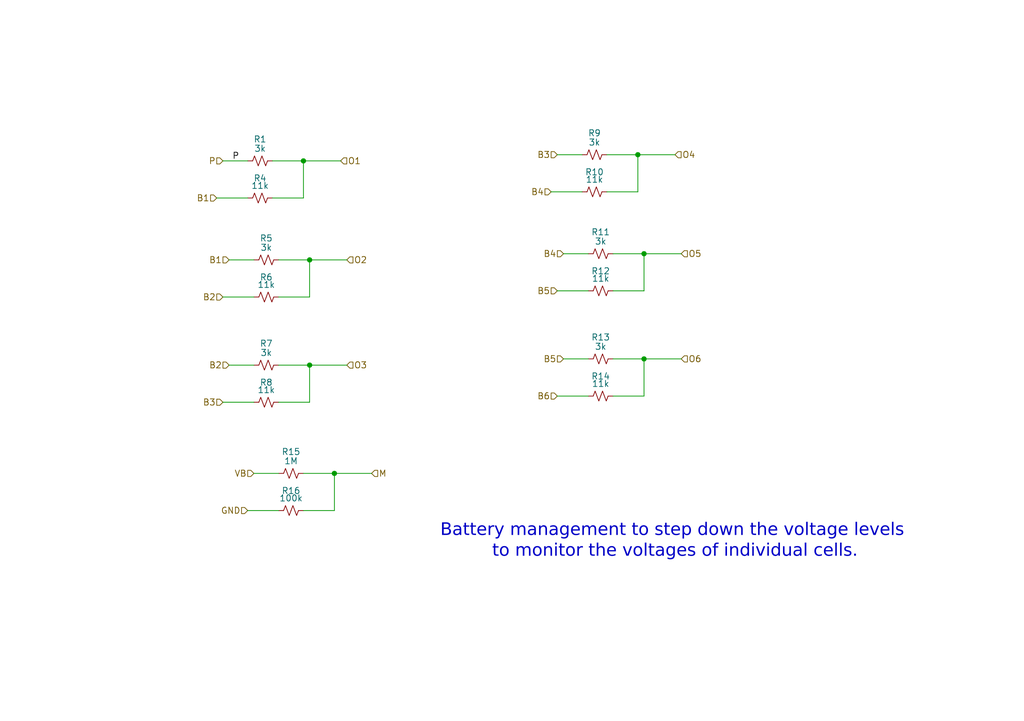
<source format=kicad_sch>
(kicad_sch (version 20231120) (generator "eeschema") (generator_version "8.0")
  (paper "A5")
  (lib_symbols
    (symbol "Device:R_Small_US" (pin_numbers hide) (pin_names (offset 0.254) hide)
      (property "Reference" "R" (at 0.762 0.508 0))
      (property "Value" "R_Small_US" (at 0.762 -1.016 0))
      (symbol "R_Small_US_1_1"
        (polyline (pts (xy 0 0) (xy 1.016 -0.381) (xy 0 -0.762) (xy -1.016 -1.143) (xy 0 -1.524)))
        (polyline (pts (xy 0 1.524) (xy 1.016 1.143) (xy 0 0.762) (xy -1.016 0.381) (xy 0 0)))
        (pin passive line (at 0 2.54 270) (length 1.016) (name "~") (number "1"))
        (pin passive line (at 0 -2.54 90) (length 1.016) (name "~") (number "2"))
      )
    )
  )
  (junction (at 130.81 31.75))
  (junction (at 63.5 74.93))
  (junction (at 132.08 73.66))
  (junction (at 132.08 52.07))
  (junction (at 62.23 33.02))
  (junction (at 63.5 53.34))
  (junction (at 68.58 97.155))
  (wire (pts (xy 132.08 52.07) (xy 132.08 59.69)))
  (wire (pts (xy 55.88 33.02) (xy 62.23 33.02)))
  (wire (pts (xy 57.15 60.96) (xy 63.5 60.96)))
  (wire (pts (xy 57.15 53.34) (xy 63.5 53.34)))
  (wire (pts (xy 63.5 74.93) (xy 71.12 74.93)))
  (wire (pts (xy 62.23 33.02) (xy 69.85 33.02)))
  (wire (pts (xy 125.73 81.28) (xy 132.08 81.28)))
  (wire (pts (xy 45.72 82.55) (xy 52.07 82.55)))
  (wire (pts (xy 124.46 39.37) (xy 130.81 39.37)))
  (wire (pts (xy 114.3 59.69) (xy 120.65 59.69)))
  (wire (pts (xy 115.57 73.66) (xy 120.65 73.66)))
  (wire (pts (xy 132.08 73.66) (xy 139.7 73.66)))
  (wire (pts (xy 125.73 52.07) (xy 132.08 52.07)))
  (wire (pts (xy 55.88 40.64) (xy 62.23 40.64)))
  (wire (pts (xy 45.72 60.96) (xy 52.07 60.96)))
  (wire (pts (xy 68.58 97.155) (xy 76.2 97.155)))
  (wire (pts (xy 52.07 97.155) (xy 57.15 97.155)))
  (wire (pts (xy 132.08 73.66) (xy 132.08 81.28)))
  (wire (pts (xy 45.72 33.02) (xy 50.8 33.02)))
  (wire (pts (xy 57.15 74.93) (xy 63.5 74.93)))
  (wire (pts (xy 130.81 31.75) (xy 130.81 39.37)))
  (wire (pts (xy 46.99 74.93) (xy 52.07 74.93)))
  (wire (pts (xy 115.57 52.07) (xy 120.65 52.07)))
  (wire (pts (xy 62.23 33.02) (xy 62.23 40.64)))
  (wire (pts (xy 62.23 97.155) (xy 68.58 97.155)))
  (wire (pts (xy 124.46 31.75) (xy 130.81 31.75)))
  (wire (pts (xy 63.5 53.34) (xy 71.12 53.34)))
  (wire (pts (xy 130.81 31.75) (xy 138.43 31.75)))
  (wire (pts (xy 57.15 82.55) (xy 63.5 82.55)))
  (wire (pts (xy 46.99 53.34) (xy 52.07 53.34)))
  (wire (pts (xy 44.45 40.64) (xy 50.8 40.64)))
  (wire (pts (xy 50.8 104.775) (xy 57.15 104.775)))
  (wire (pts (xy 63.5 53.34) (xy 63.5 60.96)))
  (wire (pts (xy 132.08 52.07) (xy 139.7 52.07)))
  (wire (pts (xy 63.5 74.93) (xy 63.5 82.55)))
  (wire (pts (xy 114.3 31.75) (xy 119.38 31.75)))
  (wire (pts (xy 114.3 81.28) (xy 120.65 81.28)))
  (wire (pts (xy 125.73 59.69) (xy 132.08 59.69)))
  (wire (pts (xy 113.03 39.37) (xy 119.38 39.37)))
  (wire (pts (xy 68.58 97.155) (xy 68.58 104.775)))
  (wire (pts (xy 62.23 104.775) (xy 68.58 104.775)))
  (wire (pts (xy 125.73 73.66) (xy 132.08 73.66)))
  (text "Battery management to step down the voltage levels \nto monitor the voltages of individual cells." (at 138.43 111.76 0) (effects (font (size 2.54 2.54))))
  (label "P" (at 47.625 33.02 0))
  (hierarchical_label "GND" (shape input) (at 50.8 104.775 180))
  (hierarchical_label "B5" (shape input) (at 115.57 73.66 180))
  (hierarchical_label "B4" (shape input) (at 113.03 39.37 180))
  (hierarchical_label "O4" (shape input) (at 138.43 31.75 0))
  (hierarchical_label "M" (shape input) (at 76.2 97.155 0))
  (hierarchical_label "O6" (shape input) (at 139.7 73.66 0))
  (hierarchical_label "O3" (shape input) (at 71.12 74.93 0))
  (hierarchical_label "O1" (shape input) (at 69.85 33.02 0))
  (hierarchical_label "B2" (shape input) (at 46.99 74.93 180))
  (hierarchical_label "B1" (shape input) (at 46.99 53.34 180))
  (hierarchical_label "B5" (shape input) (at 114.3 59.69 180))
  (hierarchical_label "B6" (shape input) (at 114.3 81.28 180))
  (hierarchical_label "O2" (shape input) (at 71.12 53.34 0))
  (hierarchical_label "B3" (shape input) (at 114.3 31.75 180))
  (hierarchical_label "P" (shape input) (at 45.72 33.02 180))
  (hierarchical_label "B1" (shape input) (at 44.45 40.64 180))
  (hierarchical_label "B2" (shape input) (at 45.72 60.96 180))
  (hierarchical_label "B3" (shape input) (at 45.72 82.55 180))
  (hierarchical_label "VB" (shape input) (at 52.07 97.155 180))
  (hierarchical_label "O5" (shape input) (at 139.7 52.07 0))
  (hierarchical_label "B4" (shape input) (at 115.57 52.07 180))
  (symbol (lib_id "Device:R_Small_US") (at 53.34 40.64 90) (unit 1)
    (property "Reference" "R4" (at 53.34 36.576 90))
    (property "Value" "11k" (at 53.34 38.1 90))
    (property "Footprint" "Resistor_SMD:R_0402_1005Metric" (effects (hide yes)))
    (property "Description" "MFR.Part # ERJ2GEJ113X JLCPCB Part # C413005" (effects (hide yes)))
  )
  (symbol (lib_id "Device:R_Small_US") (at 53.34 33.02 90) (unit 1)
    (property "Reference" "R1" (at 53.34 28.575 90))
    (property "Value" "3k" (at 53.34 30.48 90))
    (property "Footprint" "Resistor_SMD:R_0402_1005Metric" (effects (hide yes)))
    (property "Description" "MFR.Part # ERJ2RKF3001X JLCPCB Part # C278590" (effects (hide yes)))
  )
  (symbol (lib_id "Device:R_Small_US") (at 121.92 39.37 90) (unit 1)
    (property "Reference" "R10" (at 121.92 35.306 90))
    (property "Value" "11k" (at 121.92 36.83 90))
    (property "Footprint" "Resistor_SMD:R_0402_1005Metric" (effects (hide yes)))
    (property "Description" "MFR.Part # ERJ2GEJ113X JLCPCB Part # C413005" (effects (hide yes)))
  )
  (symbol (lib_id "Device:R_Small_US") (at 59.69 104.775 90) (unit 1)
    (property "Reference" "R16" (at 59.69 100.711 90))
    (property "Value" "100k" (at 59.69 102.235 90))
    (property "Footprint" "Resistor_SMD:R_0603_1608Metric" (effects (hide yes)))
    (property "Description" "MFR.Part # 0603WAF1003T5E JLCPCB Part # C25803" (effects (hide yes)))
  )
  (symbol (lib_id "Device:R_Small_US") (at 123.19 52.07 90) (unit 1)
    (property "Reference" "R11" (at 123.19 47.625 90))
    (property "Value" "3k" (at 123.19 49.53 90))
    (property "Footprint" "Resistor_SMD:R_0402_1005Metric" (effects (hide yes)))
    (property "Description" "MFR.Part # ERJ2RKF3001X JLCPCB Part # C278590" (effects (hide yes)))
  )
  (symbol (lib_id "Device:R_Small_US") (at 54.61 60.96 90) (unit 1)
    (property "Reference" "R6" (at 54.61 56.896 90))
    (property "Value" "11k" (at 54.61 58.42 90))
    (property "Footprint" "Resistor_SMD:R_0402_1005Metric" (effects (hide yes)))
    (property "Description" "MFR.Part # ERJ2GEJ113X JLCPCB Part # C413005" (effects (hide yes)))
  )
  (symbol (lib_id "Device:R_Small_US") (at 121.92 31.75 90) (unit 1)
    (property "Reference" "R9" (at 121.92 27.305 90))
    (property "Value" "3k" (at 121.92 29.21 90))
    (property "Footprint" "Resistor_SMD:R_0402_1005Metric" (effects (hide yes)))
    (property "Description" "MFR.Part # ERJ2RKF3001X JLCPCB Part # C278590" (effects (hide yes)))
  )
  (symbol (lib_id "Device:R_Small_US") (at 54.61 53.34 90) (unit 1)
    (property "Reference" "R5" (at 54.61 48.895 90))
    (property "Value" "3k" (at 54.61 50.8 90))
    (property "Footprint" "Resistor_SMD:R_0402_1005Metric" (effects (hide yes)))
    (property "Description" "MFR.Part # ERJ2RKF3001X JLCPCB Part # C278590" (effects (hide yes)))
  )
  (symbol (lib_id "Device:R_Small_US") (at 123.19 73.66 90) (unit 1)
    (property "Reference" "R13" (at 123.19 69.215 90))
    (property "Value" "3k" (at 123.19 71.12 90))
    (property "Footprint" "Resistor_SMD:R_0402_1005Metric" (effects (hide yes)))
    (property "Description" "MFR.Part # ERJ2RKF3001X JLCPCB Part # C278590" (effects (hide yes)))
  )
  (symbol (lib_id "Device:R_Small_US") (at 123.19 81.28 90) (unit 1)
    (property "Reference" "R14" (at 123.19 77.216 90))
    (property "Value" "11k" (at 123.19 78.74 90))
    (property "Footprint" "Resistor_SMD:R_0402_1005Metric" (effects (hide yes)))
    (property "Description" "MFR.Part # ERJ2GEJ113X JLCPCB Part # C413005" (effects (hide yes)))
  )
  (symbol (lib_id "Device:R_Small_US") (at 123.19 59.69 90) (unit 1)
    (property "Reference" "R12" (at 123.19 55.626 90))
    (property "Value" "11k" (at 123.19 57.15 90))
    (property "Footprint" "Resistor_SMD:R_0402_1005Metric" (effects (hide yes)))
    (property "Description" "MFR.Part # ERJ2GEJ113X JLCPCB Part # C413005" (effects (hide yes)))
  )
  (symbol (lib_id "Device:R_Small_US") (at 54.61 82.55 90) (unit 1)
    (property "Reference" "R8" (at 54.61 78.486 90))
    (property "Value" "11k" (at 54.61 80.01 90))
    (property "Footprint" "Resistor_SMD:R_0402_1005Metric" (effects (hide yes)))
    (property "Description" "MFR.Part # ERJ2GEJ113X JLCPCB Part # C413005" (effects (hide yes)))
  )
  (symbol (lib_id "Device:R_Small_US") (at 54.61 74.93 90) (unit 1)
    (property "Reference" "R7" (at 54.61 70.485 90))
    (property "Value" "3k" (at 54.61 72.39 90))
    (property "Footprint" "Resistor_SMD:R_0402_1005Metric" (effects (hide yes)))
    (property "Description" "MFR.Part # ERJ2RKF3001X JLCPCB Part # C278590" (effects (hide yes)))
  )
  (symbol (lib_id "Device:R_Small_US") (at 59.69 97.155 90) (unit 1)
    (property "Reference" "R15" (at 59.69 92.71 90))
    (property "Value" "1M" (at 59.69 94.615 90))
    (property "Footprint" "Resistor_SMD:R_0603_1608Metric" (effects (hide yes)))
    (property "Description" "MFR.Part # RC0603FR-071ML JLCPCB Part # C105578" (effects (hide yes)))
  )
)
</source>
